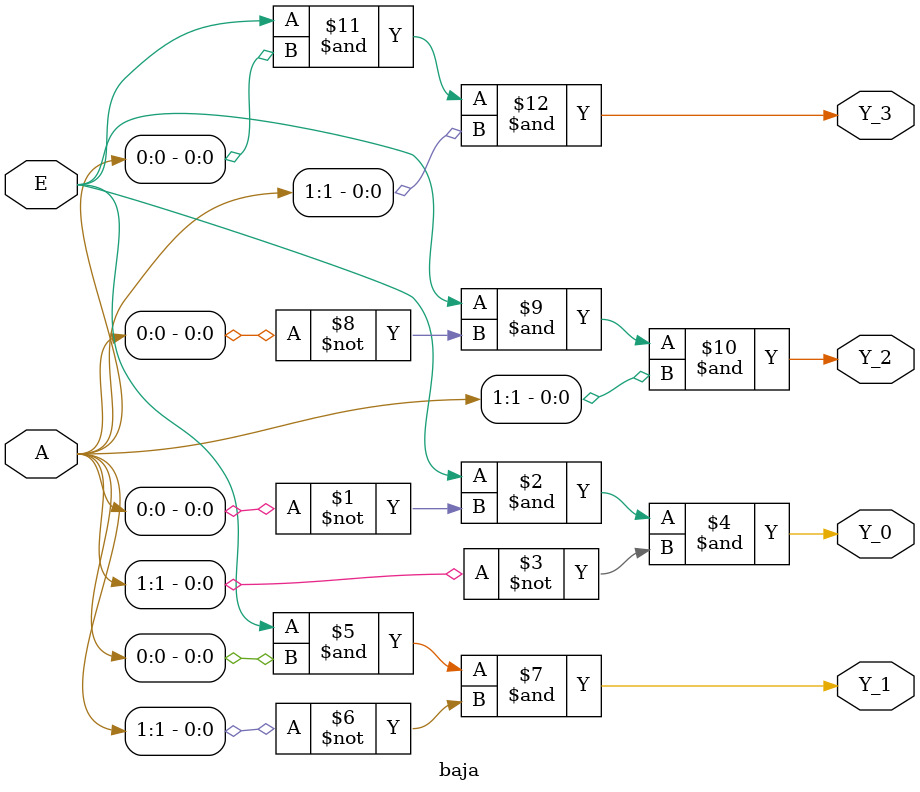
<source format=v>
module baja(A,E,Y_0,Y_1,Y_2,Y_3);

input[1:0] A;
input E;
output Y_0,Y_1,Y_2,Y_3;
assign  Y_0 = (E) & (~A[0]) & (~A[1]);
assign  Y_1 = (E)&(A[0])&(~A[1]);
assign  Y_2 = (E)&(~A[0])&(A[1]);
assign  Y_3 = (E)&(A[0])&(A[1]);
endmodule
</source>
